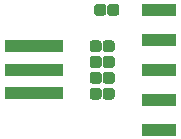
<source format=gbs>
G04 #@! TF.GenerationSoftware,KiCad,Pcbnew,(5.0.0)*
G04 #@! TF.CreationDate,2018-11-01T22:36:31+01:00*
G04 #@! TF.ProjectId,6587d78607f8c298dc1508cfa7303dc3,36353837643738363037663863323938,rev?*
G04 #@! TF.SameCoordinates,Original*
G04 #@! TF.FileFunction,Soldermask,Bot*
G04 #@! TF.FilePolarity,Negative*
%FSLAX46Y46*%
G04 Gerber Fmt 4.6, Leading zero omitted, Abs format (unit mm)*
G04 Created by KiCad (PCBNEW (5.0.0)) date 11/01/18 22:36:31*
%MOMM*%
%LPD*%
G01*
G04 APERTURE LIST*
%ADD10C,0.100000*%
%ADD11C,1.000000*%
%ADD12R,3.000000X1.000000*%
%ADD13R,5.000000X1.000000*%
G04 APERTURE END LIST*
D10*
G04 #@! TO.C,*
G36*
X71699094Y-62559035D02*
X71723363Y-62562635D01*
X71747161Y-62568596D01*
X71770261Y-62576861D01*
X71792439Y-62587351D01*
X71813483Y-62599964D01*
X71833188Y-62614578D01*
X71851367Y-62631054D01*
X71867843Y-62649233D01*
X71882457Y-62668938D01*
X71895070Y-62689982D01*
X71905560Y-62712160D01*
X71913825Y-62735260D01*
X71919786Y-62759058D01*
X71923386Y-62783327D01*
X71924590Y-62807831D01*
X71924590Y-63307831D01*
X71923386Y-63332335D01*
X71919786Y-63356604D01*
X71913825Y-63380402D01*
X71905560Y-63403502D01*
X71895070Y-63425680D01*
X71882457Y-63446724D01*
X71867843Y-63466429D01*
X71851367Y-63484608D01*
X71833188Y-63501084D01*
X71813483Y-63515698D01*
X71792439Y-63528311D01*
X71770261Y-63538801D01*
X71747161Y-63547066D01*
X71723363Y-63553027D01*
X71699094Y-63556627D01*
X71674590Y-63557831D01*
X71174590Y-63557831D01*
X71150086Y-63556627D01*
X71125817Y-63553027D01*
X71102019Y-63547066D01*
X71078919Y-63538801D01*
X71056741Y-63528311D01*
X71035697Y-63515698D01*
X71015992Y-63501084D01*
X70997813Y-63484608D01*
X70981337Y-63466429D01*
X70966723Y-63446724D01*
X70954110Y-63425680D01*
X70943620Y-63403502D01*
X70935355Y-63380402D01*
X70929394Y-63356604D01*
X70925794Y-63332335D01*
X70924590Y-63307831D01*
X70924590Y-62807831D01*
X70925794Y-62783327D01*
X70929394Y-62759058D01*
X70935355Y-62735260D01*
X70943620Y-62712160D01*
X70954110Y-62689982D01*
X70966723Y-62668938D01*
X70981337Y-62649233D01*
X70997813Y-62631054D01*
X71015992Y-62614578D01*
X71035697Y-62599964D01*
X71056741Y-62587351D01*
X71078919Y-62576861D01*
X71102019Y-62568596D01*
X71125817Y-62562635D01*
X71150086Y-62559035D01*
X71174590Y-62557831D01*
X71674590Y-62557831D01*
X71699094Y-62559035D01*
X71699094Y-62559035D01*
G37*
D11*
X71424590Y-63057831D03*
G04 #@! TD*
D10*
G04 #@! TO.C,2*
G36*
X72799094Y-62559035D02*
X72823363Y-62562635D01*
X72847161Y-62568596D01*
X72870261Y-62576861D01*
X72892439Y-62587351D01*
X72913483Y-62599964D01*
X72933188Y-62614578D01*
X72951367Y-62631054D01*
X72967843Y-62649233D01*
X72982457Y-62668938D01*
X72995070Y-62689982D01*
X73005560Y-62712160D01*
X73013825Y-62735260D01*
X73019786Y-62759058D01*
X73023386Y-62783327D01*
X73024590Y-62807831D01*
X73024590Y-63307831D01*
X73023386Y-63332335D01*
X73019786Y-63356604D01*
X73013825Y-63380402D01*
X73005560Y-63403502D01*
X72995070Y-63425680D01*
X72982457Y-63446724D01*
X72967843Y-63466429D01*
X72951367Y-63484608D01*
X72933188Y-63501084D01*
X72913483Y-63515698D01*
X72892439Y-63528311D01*
X72870261Y-63538801D01*
X72847161Y-63547066D01*
X72823363Y-63553027D01*
X72799094Y-63556627D01*
X72774590Y-63557831D01*
X72274590Y-63557831D01*
X72250086Y-63556627D01*
X72225817Y-63553027D01*
X72202019Y-63547066D01*
X72178919Y-63538801D01*
X72156741Y-63528311D01*
X72135697Y-63515698D01*
X72115992Y-63501084D01*
X72097813Y-63484608D01*
X72081337Y-63466429D01*
X72066723Y-63446724D01*
X72054110Y-63425680D01*
X72043620Y-63403502D01*
X72035355Y-63380402D01*
X72029394Y-63356604D01*
X72025794Y-63332335D01*
X72024590Y-63307831D01*
X72024590Y-62807831D01*
X72025794Y-62783327D01*
X72029394Y-62759058D01*
X72035355Y-62735260D01*
X72043620Y-62712160D01*
X72054110Y-62689982D01*
X72066723Y-62668938D01*
X72081337Y-62649233D01*
X72097813Y-62631054D01*
X72115992Y-62614578D01*
X72135697Y-62599964D01*
X72156741Y-62587351D01*
X72178919Y-62576861D01*
X72202019Y-62568596D01*
X72225817Y-62562635D01*
X72250086Y-62559035D01*
X72274590Y-62557831D01*
X72774590Y-62557831D01*
X72799094Y-62559035D01*
X72799094Y-62559035D01*
G37*
D11*
X72524590Y-63057831D03*
G04 #@! TD*
D10*
G04 #@! TO.C,*
G36*
X71699094Y-61212835D02*
X71723363Y-61216435D01*
X71747161Y-61222396D01*
X71770261Y-61230661D01*
X71792439Y-61241151D01*
X71813483Y-61253764D01*
X71833188Y-61268378D01*
X71851367Y-61284854D01*
X71867843Y-61303033D01*
X71882457Y-61322738D01*
X71895070Y-61343782D01*
X71905560Y-61365960D01*
X71913825Y-61389060D01*
X71919786Y-61412858D01*
X71923386Y-61437127D01*
X71924590Y-61461631D01*
X71924590Y-61961631D01*
X71923386Y-61986135D01*
X71919786Y-62010404D01*
X71913825Y-62034202D01*
X71905560Y-62057302D01*
X71895070Y-62079480D01*
X71882457Y-62100524D01*
X71867843Y-62120229D01*
X71851367Y-62138408D01*
X71833188Y-62154884D01*
X71813483Y-62169498D01*
X71792439Y-62182111D01*
X71770261Y-62192601D01*
X71747161Y-62200866D01*
X71723363Y-62206827D01*
X71699094Y-62210427D01*
X71674590Y-62211631D01*
X71174590Y-62211631D01*
X71150086Y-62210427D01*
X71125817Y-62206827D01*
X71102019Y-62200866D01*
X71078919Y-62192601D01*
X71056741Y-62182111D01*
X71035697Y-62169498D01*
X71015992Y-62154884D01*
X70997813Y-62138408D01*
X70981337Y-62120229D01*
X70966723Y-62100524D01*
X70954110Y-62079480D01*
X70943620Y-62057302D01*
X70935355Y-62034202D01*
X70929394Y-62010404D01*
X70925794Y-61986135D01*
X70924590Y-61961631D01*
X70924590Y-61461631D01*
X70925794Y-61437127D01*
X70929394Y-61412858D01*
X70935355Y-61389060D01*
X70943620Y-61365960D01*
X70954110Y-61343782D01*
X70966723Y-61322738D01*
X70981337Y-61303033D01*
X70997813Y-61284854D01*
X71015992Y-61268378D01*
X71035697Y-61253764D01*
X71056741Y-61241151D01*
X71078919Y-61230661D01*
X71102019Y-61222396D01*
X71125817Y-61216435D01*
X71150086Y-61212835D01*
X71174590Y-61211631D01*
X71674590Y-61211631D01*
X71699094Y-61212835D01*
X71699094Y-61212835D01*
G37*
D11*
X71424590Y-61711631D03*
G04 #@! TD*
D10*
G04 #@! TO.C,1*
G36*
X72799094Y-61212835D02*
X72823363Y-61216435D01*
X72847161Y-61222396D01*
X72870261Y-61230661D01*
X72892439Y-61241151D01*
X72913483Y-61253764D01*
X72933188Y-61268378D01*
X72951367Y-61284854D01*
X72967843Y-61303033D01*
X72982457Y-61322738D01*
X72995070Y-61343782D01*
X73005560Y-61365960D01*
X73013825Y-61389060D01*
X73019786Y-61412858D01*
X73023386Y-61437127D01*
X73024590Y-61461631D01*
X73024590Y-61961631D01*
X73023386Y-61986135D01*
X73019786Y-62010404D01*
X73013825Y-62034202D01*
X73005560Y-62057302D01*
X72995070Y-62079480D01*
X72982457Y-62100524D01*
X72967843Y-62120229D01*
X72951367Y-62138408D01*
X72933188Y-62154884D01*
X72913483Y-62169498D01*
X72892439Y-62182111D01*
X72870261Y-62192601D01*
X72847161Y-62200866D01*
X72823363Y-62206827D01*
X72799094Y-62210427D01*
X72774590Y-62211631D01*
X72274590Y-62211631D01*
X72250086Y-62210427D01*
X72225817Y-62206827D01*
X72202019Y-62200866D01*
X72178919Y-62192601D01*
X72156741Y-62182111D01*
X72135697Y-62169498D01*
X72115992Y-62154884D01*
X72097813Y-62138408D01*
X72081337Y-62120229D01*
X72066723Y-62100524D01*
X72054110Y-62079480D01*
X72043620Y-62057302D01*
X72035355Y-62034202D01*
X72029394Y-62010404D01*
X72025794Y-61986135D01*
X72024590Y-61961631D01*
X72024590Y-61461631D01*
X72025794Y-61437127D01*
X72029394Y-61412858D01*
X72035355Y-61389060D01*
X72043620Y-61365960D01*
X72054110Y-61343782D01*
X72066723Y-61322738D01*
X72081337Y-61303033D01*
X72097813Y-61284854D01*
X72115992Y-61268378D01*
X72135697Y-61253764D01*
X72156741Y-61241151D01*
X72178919Y-61230661D01*
X72202019Y-61222396D01*
X72225817Y-61216435D01*
X72250086Y-61212835D01*
X72274590Y-61211631D01*
X72774590Y-61211631D01*
X72799094Y-61212835D01*
X72799094Y-61212835D01*
G37*
D11*
X72524590Y-61711631D03*
G04 #@! TD*
D10*
G04 #@! TO.C,*
G36*
X71699094Y-59879335D02*
X71723363Y-59882935D01*
X71747161Y-59888896D01*
X71770261Y-59897161D01*
X71792439Y-59907651D01*
X71813483Y-59920264D01*
X71833188Y-59934878D01*
X71851367Y-59951354D01*
X71867843Y-59969533D01*
X71882457Y-59989238D01*
X71895070Y-60010282D01*
X71905560Y-60032460D01*
X71913825Y-60055560D01*
X71919786Y-60079358D01*
X71923386Y-60103627D01*
X71924590Y-60128131D01*
X71924590Y-60628131D01*
X71923386Y-60652635D01*
X71919786Y-60676904D01*
X71913825Y-60700702D01*
X71905560Y-60723802D01*
X71895070Y-60745980D01*
X71882457Y-60767024D01*
X71867843Y-60786729D01*
X71851367Y-60804908D01*
X71833188Y-60821384D01*
X71813483Y-60835998D01*
X71792439Y-60848611D01*
X71770261Y-60859101D01*
X71747161Y-60867366D01*
X71723363Y-60873327D01*
X71699094Y-60876927D01*
X71674590Y-60878131D01*
X71174590Y-60878131D01*
X71150086Y-60876927D01*
X71125817Y-60873327D01*
X71102019Y-60867366D01*
X71078919Y-60859101D01*
X71056741Y-60848611D01*
X71035697Y-60835998D01*
X71015992Y-60821384D01*
X70997813Y-60804908D01*
X70981337Y-60786729D01*
X70966723Y-60767024D01*
X70954110Y-60745980D01*
X70943620Y-60723802D01*
X70935355Y-60700702D01*
X70929394Y-60676904D01*
X70925794Y-60652635D01*
X70924590Y-60628131D01*
X70924590Y-60128131D01*
X70925794Y-60103627D01*
X70929394Y-60079358D01*
X70935355Y-60055560D01*
X70943620Y-60032460D01*
X70954110Y-60010282D01*
X70966723Y-59989238D01*
X70981337Y-59969533D01*
X70997813Y-59951354D01*
X71015992Y-59934878D01*
X71035697Y-59920264D01*
X71056741Y-59907651D01*
X71078919Y-59897161D01*
X71102019Y-59888896D01*
X71125817Y-59882935D01*
X71150086Y-59879335D01*
X71174590Y-59878131D01*
X71674590Y-59878131D01*
X71699094Y-59879335D01*
X71699094Y-59879335D01*
G37*
D11*
X71424590Y-60378131D03*
G04 #@! TD*
D10*
G04 #@! TO.C,2*
G36*
X72799094Y-59879335D02*
X72823363Y-59882935D01*
X72847161Y-59888896D01*
X72870261Y-59897161D01*
X72892439Y-59907651D01*
X72913483Y-59920264D01*
X72933188Y-59934878D01*
X72951367Y-59951354D01*
X72967843Y-59969533D01*
X72982457Y-59989238D01*
X72995070Y-60010282D01*
X73005560Y-60032460D01*
X73013825Y-60055560D01*
X73019786Y-60079358D01*
X73023386Y-60103627D01*
X73024590Y-60128131D01*
X73024590Y-60628131D01*
X73023386Y-60652635D01*
X73019786Y-60676904D01*
X73013825Y-60700702D01*
X73005560Y-60723802D01*
X72995070Y-60745980D01*
X72982457Y-60767024D01*
X72967843Y-60786729D01*
X72951367Y-60804908D01*
X72933188Y-60821384D01*
X72913483Y-60835998D01*
X72892439Y-60848611D01*
X72870261Y-60859101D01*
X72847161Y-60867366D01*
X72823363Y-60873327D01*
X72799094Y-60876927D01*
X72774590Y-60878131D01*
X72274590Y-60878131D01*
X72250086Y-60876927D01*
X72225817Y-60873327D01*
X72202019Y-60867366D01*
X72178919Y-60859101D01*
X72156741Y-60848611D01*
X72135697Y-60835998D01*
X72115992Y-60821384D01*
X72097813Y-60804908D01*
X72081337Y-60786729D01*
X72066723Y-60767024D01*
X72054110Y-60745980D01*
X72043620Y-60723802D01*
X72035355Y-60700702D01*
X72029394Y-60676904D01*
X72025794Y-60652635D01*
X72024590Y-60628131D01*
X72024590Y-60128131D01*
X72025794Y-60103627D01*
X72029394Y-60079358D01*
X72035355Y-60055560D01*
X72043620Y-60032460D01*
X72054110Y-60010282D01*
X72066723Y-59989238D01*
X72081337Y-59969533D01*
X72097813Y-59951354D01*
X72115992Y-59934878D01*
X72135697Y-59920264D01*
X72156741Y-59907651D01*
X72178919Y-59897161D01*
X72202019Y-59888896D01*
X72225817Y-59882935D01*
X72250086Y-59879335D01*
X72274590Y-59878131D01*
X72774590Y-59878131D01*
X72799094Y-59879335D01*
X72799094Y-59879335D01*
G37*
D11*
X72524590Y-60378131D03*
G04 #@! TD*
D10*
G04 #@! TO.C,1*
G36*
X72799094Y-58545835D02*
X72823363Y-58549435D01*
X72847161Y-58555396D01*
X72870261Y-58563661D01*
X72892439Y-58574151D01*
X72913483Y-58586764D01*
X72933188Y-58601378D01*
X72951367Y-58617854D01*
X72967843Y-58636033D01*
X72982457Y-58655738D01*
X72995070Y-58676782D01*
X73005560Y-58698960D01*
X73013825Y-58722060D01*
X73019786Y-58745858D01*
X73023386Y-58770127D01*
X73024590Y-58794631D01*
X73024590Y-59294631D01*
X73023386Y-59319135D01*
X73019786Y-59343404D01*
X73013825Y-59367202D01*
X73005560Y-59390302D01*
X72995070Y-59412480D01*
X72982457Y-59433524D01*
X72967843Y-59453229D01*
X72951367Y-59471408D01*
X72933188Y-59487884D01*
X72913483Y-59502498D01*
X72892439Y-59515111D01*
X72870261Y-59525601D01*
X72847161Y-59533866D01*
X72823363Y-59539827D01*
X72799094Y-59543427D01*
X72774590Y-59544631D01*
X72274590Y-59544631D01*
X72250086Y-59543427D01*
X72225817Y-59539827D01*
X72202019Y-59533866D01*
X72178919Y-59525601D01*
X72156741Y-59515111D01*
X72135697Y-59502498D01*
X72115992Y-59487884D01*
X72097813Y-59471408D01*
X72081337Y-59453229D01*
X72066723Y-59433524D01*
X72054110Y-59412480D01*
X72043620Y-59390302D01*
X72035355Y-59367202D01*
X72029394Y-59343404D01*
X72025794Y-59319135D01*
X72024590Y-59294631D01*
X72024590Y-58794631D01*
X72025794Y-58770127D01*
X72029394Y-58745858D01*
X72035355Y-58722060D01*
X72043620Y-58698960D01*
X72054110Y-58676782D01*
X72066723Y-58655738D01*
X72081337Y-58636033D01*
X72097813Y-58617854D01*
X72115992Y-58601378D01*
X72135697Y-58586764D01*
X72156741Y-58574151D01*
X72178919Y-58563661D01*
X72202019Y-58555396D01*
X72225817Y-58549435D01*
X72250086Y-58545835D01*
X72274590Y-58544631D01*
X72774590Y-58544631D01*
X72799094Y-58545835D01*
X72799094Y-58545835D01*
G37*
D11*
X72524590Y-59044631D03*
G04 #@! TD*
D10*
G04 #@! TO.C,*
G36*
X71699094Y-58545835D02*
X71723363Y-58549435D01*
X71747161Y-58555396D01*
X71770261Y-58563661D01*
X71792439Y-58574151D01*
X71813483Y-58586764D01*
X71833188Y-58601378D01*
X71851367Y-58617854D01*
X71867843Y-58636033D01*
X71882457Y-58655738D01*
X71895070Y-58676782D01*
X71905560Y-58698960D01*
X71913825Y-58722060D01*
X71919786Y-58745858D01*
X71923386Y-58770127D01*
X71924590Y-58794631D01*
X71924590Y-59294631D01*
X71923386Y-59319135D01*
X71919786Y-59343404D01*
X71913825Y-59367202D01*
X71905560Y-59390302D01*
X71895070Y-59412480D01*
X71882457Y-59433524D01*
X71867843Y-59453229D01*
X71851367Y-59471408D01*
X71833188Y-59487884D01*
X71813483Y-59502498D01*
X71792439Y-59515111D01*
X71770261Y-59525601D01*
X71747161Y-59533866D01*
X71723363Y-59539827D01*
X71699094Y-59543427D01*
X71674590Y-59544631D01*
X71174590Y-59544631D01*
X71150086Y-59543427D01*
X71125817Y-59539827D01*
X71102019Y-59533866D01*
X71078919Y-59525601D01*
X71056741Y-59515111D01*
X71035697Y-59502498D01*
X71015992Y-59487884D01*
X70997813Y-59471408D01*
X70981337Y-59453229D01*
X70966723Y-59433524D01*
X70954110Y-59412480D01*
X70943620Y-59390302D01*
X70935355Y-59367202D01*
X70929394Y-59343404D01*
X70925794Y-59319135D01*
X70924590Y-59294631D01*
X70924590Y-58794631D01*
X70925794Y-58770127D01*
X70929394Y-58745858D01*
X70935355Y-58722060D01*
X70943620Y-58698960D01*
X70954110Y-58676782D01*
X70966723Y-58655738D01*
X70981337Y-58636033D01*
X70997813Y-58617854D01*
X71015992Y-58601378D01*
X71035697Y-58586764D01*
X71056741Y-58574151D01*
X71078919Y-58563661D01*
X71102019Y-58555396D01*
X71125817Y-58549435D01*
X71150086Y-58545835D01*
X71174590Y-58544631D01*
X71674590Y-58544631D01*
X71699094Y-58545835D01*
X71699094Y-58545835D01*
G37*
D11*
X71424590Y-59044631D03*
G04 #@! TD*
D12*
G04 #@! TO.C,*
X76762560Y-66118740D03*
X76762560Y-61038740D03*
X76762560Y-55958740D03*
X76762560Y-63578740D03*
X76762560Y-58498740D03*
G04 #@! TD*
D13*
G04 #@! TO.C,GBLink*
X66189860Y-59039825D03*
X66189860Y-61039825D03*
X66189860Y-63039825D03*
G04 #@! TD*
D10*
G04 #@! TO.C,*
G36*
X72092794Y-55459735D02*
X72117063Y-55463335D01*
X72140861Y-55469296D01*
X72163961Y-55477561D01*
X72186139Y-55488051D01*
X72207183Y-55500664D01*
X72226888Y-55515278D01*
X72245067Y-55531754D01*
X72261543Y-55549933D01*
X72276157Y-55569638D01*
X72288770Y-55590682D01*
X72299260Y-55612860D01*
X72307525Y-55635960D01*
X72313486Y-55659758D01*
X72317086Y-55684027D01*
X72318290Y-55708531D01*
X72318290Y-56208531D01*
X72317086Y-56233035D01*
X72313486Y-56257304D01*
X72307525Y-56281102D01*
X72299260Y-56304202D01*
X72288770Y-56326380D01*
X72276157Y-56347424D01*
X72261543Y-56367129D01*
X72245067Y-56385308D01*
X72226888Y-56401784D01*
X72207183Y-56416398D01*
X72186139Y-56429011D01*
X72163961Y-56439501D01*
X72140861Y-56447766D01*
X72117063Y-56453727D01*
X72092794Y-56457327D01*
X72068290Y-56458531D01*
X71568290Y-56458531D01*
X71543786Y-56457327D01*
X71519517Y-56453727D01*
X71495719Y-56447766D01*
X71472619Y-56439501D01*
X71450441Y-56429011D01*
X71429397Y-56416398D01*
X71409692Y-56401784D01*
X71391513Y-56385308D01*
X71375037Y-56367129D01*
X71360423Y-56347424D01*
X71347810Y-56326380D01*
X71337320Y-56304202D01*
X71329055Y-56281102D01*
X71323094Y-56257304D01*
X71319494Y-56233035D01*
X71318290Y-56208531D01*
X71318290Y-55708531D01*
X71319494Y-55684027D01*
X71323094Y-55659758D01*
X71329055Y-55635960D01*
X71337320Y-55612860D01*
X71347810Y-55590682D01*
X71360423Y-55569638D01*
X71375037Y-55549933D01*
X71391513Y-55531754D01*
X71409692Y-55515278D01*
X71429397Y-55500664D01*
X71450441Y-55488051D01*
X71472619Y-55477561D01*
X71495719Y-55469296D01*
X71519517Y-55463335D01*
X71543786Y-55459735D01*
X71568290Y-55458531D01*
X72068290Y-55458531D01*
X72092794Y-55459735D01*
X72092794Y-55459735D01*
G37*
D11*
X71818290Y-55958531D03*
G04 #@! TD*
D10*
G04 #@! TO.C,VCC*
G36*
X73192794Y-55459735D02*
X73217063Y-55463335D01*
X73240861Y-55469296D01*
X73263961Y-55477561D01*
X73286139Y-55488051D01*
X73307183Y-55500664D01*
X73326888Y-55515278D01*
X73345067Y-55531754D01*
X73361543Y-55549933D01*
X73376157Y-55569638D01*
X73388770Y-55590682D01*
X73399260Y-55612860D01*
X73407525Y-55635960D01*
X73413486Y-55659758D01*
X73417086Y-55684027D01*
X73418290Y-55708531D01*
X73418290Y-56208531D01*
X73417086Y-56233035D01*
X73413486Y-56257304D01*
X73407525Y-56281102D01*
X73399260Y-56304202D01*
X73388770Y-56326380D01*
X73376157Y-56347424D01*
X73361543Y-56367129D01*
X73345067Y-56385308D01*
X73326888Y-56401784D01*
X73307183Y-56416398D01*
X73286139Y-56429011D01*
X73263961Y-56439501D01*
X73240861Y-56447766D01*
X73217063Y-56453727D01*
X73192794Y-56457327D01*
X73168290Y-56458531D01*
X72668290Y-56458531D01*
X72643786Y-56457327D01*
X72619517Y-56453727D01*
X72595719Y-56447766D01*
X72572619Y-56439501D01*
X72550441Y-56429011D01*
X72529397Y-56416398D01*
X72509692Y-56401784D01*
X72491513Y-56385308D01*
X72475037Y-56367129D01*
X72460423Y-56347424D01*
X72447810Y-56326380D01*
X72437320Y-56304202D01*
X72429055Y-56281102D01*
X72423094Y-56257304D01*
X72419494Y-56233035D01*
X72418290Y-56208531D01*
X72418290Y-55708531D01*
X72419494Y-55684027D01*
X72423094Y-55659758D01*
X72429055Y-55635960D01*
X72437320Y-55612860D01*
X72447810Y-55590682D01*
X72460423Y-55569638D01*
X72475037Y-55549933D01*
X72491513Y-55531754D01*
X72509692Y-55515278D01*
X72529397Y-55500664D01*
X72550441Y-55488051D01*
X72572619Y-55477561D01*
X72595719Y-55469296D01*
X72619517Y-55463335D01*
X72643786Y-55459735D01*
X72668290Y-55458531D01*
X73168290Y-55458531D01*
X73192794Y-55459735D01*
X73192794Y-55459735D01*
G37*
D11*
X72918290Y-55958531D03*
G04 #@! TD*
M02*

</source>
